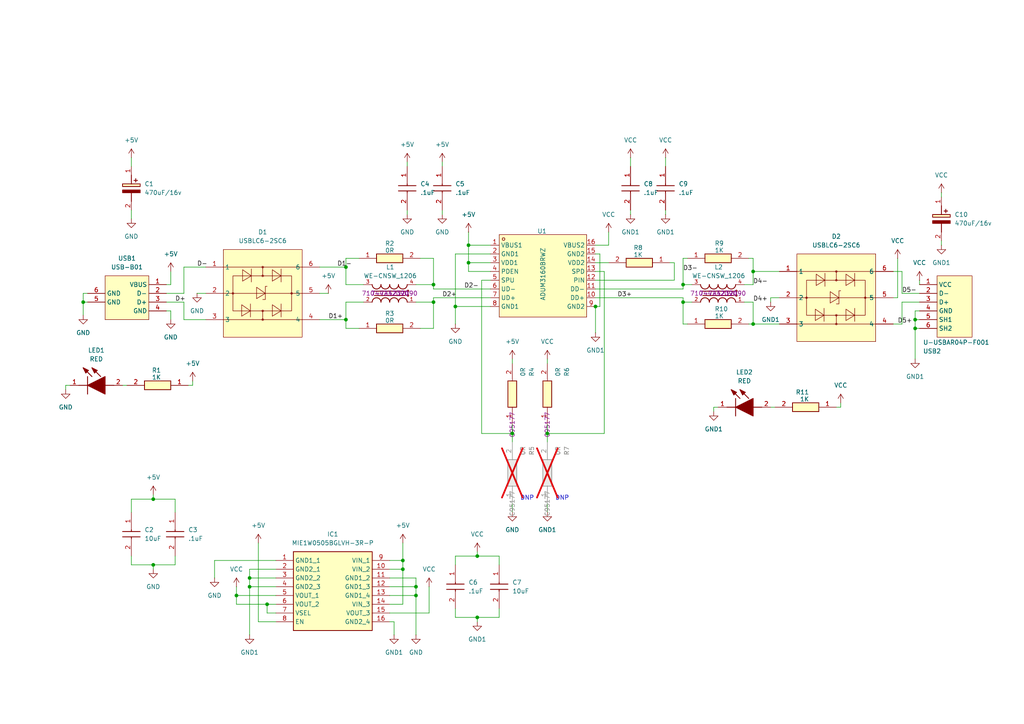
<source format=kicad_sch>
(kicad_sch (version 20250114) (generator "eeschema") (generator_version "9.0")
  (paper "A4")
  (title_block (title "USB Isolator") (date "2025-03-14") (rev "1.0") (company "Bryan Mateo / 2022-1151 / ITLA"))
  (text "DNP" (at 152.908 144.526 0) (effects (font (size 1.27 1.27))))
  (text "DNP" (at 163.068 144.526 0) (effects (font (size 1.27 1.27))))
  (junction (at 68.58 172.72))
  (junction (at 132.08 88.9))
  (junction (at 172.72 88.9))
  (junction (at 44.45 163.83))
  (junction (at 116.84 165.1))
  (junction (at 120.65 172.72))
  (junction (at 138.43 179.07))
  (junction (at 120.65 170.18))
  (junction (at 158.75 125.73))
  (junction (at 218.44 78.74))
  (junction (at 72.39 167.64))
  (junction (at 138.43 161.29))
  (junction (at 77.47 175.26))
  (junction (at 135.89 76.2))
  (junction (at 148.59 125.73))
  (junction (at 24.13 87.63))
  (junction (at 265.43 92.71))
  (junction (at 100.33 77.47))
  (junction (at 135.89 71.12))
  (junction (at 100.33 92.71))
  (junction (at 125.73 82.55))
  (junction (at 198.12 82.55))
  (junction (at 125.73 87.63))
  (junction (at 265.43 95.25))
  (junction (at 44.45 144.78))
  (junction (at 116.84 162.56))
  (junction (at 72.39 170.18))
  (junction (at 218.44 93.98))
  (junction (at 198.12 87.63))
  (wire (pts (xy 259.08 78.74) (xy 261.62 78.74)))
  (wire (pts (xy 265.43 92.71) (xy 265.43 90.17)))
  (wire (pts (xy 158.75 148.59) (xy 158.75 146.05)))
  (wire (pts (xy 172.72 81.28) (xy 195.58 81.28)))
  (wire (pts (xy 265.43 95.25) (xy 265.43 92.71)))
  (wire (pts (xy 104.14 74.93) (xy 100.33 74.93)))
  (wire (pts (xy 53.34 87.63) (xy 53.34 92.71)))
  (wire (pts (xy 120.65 170.18) (xy 120.65 172.72)))
  (wire (pts (xy 38.1 148.59) (xy 38.1 144.78)))
  (wire (pts (xy 24.13 91.44) (xy 24.13 87.63)))
  (wire (pts (xy 77.47 177.8) (xy 77.47 175.26)))
  (wire (pts (xy 158.75 123.19) (xy 158.75 125.73)))
  (wire (pts (xy 260.35 74.93) (xy 260.35 86.36)))
  (wire (pts (xy 48.26 85.09) (xy 53.34 85.09)))
  (wire (pts (xy 173.99 73.66) (xy 173.99 88.9)))
  (wire (pts (xy 55.88 111.76) (xy 54.61 111.76)))
  (wire (pts (xy 125.73 74.93) (xy 125.73 82.55)))
  (wire (pts (xy 80.01 175.26) (xy 77.47 175.26)))
  (wire (pts (xy 132.08 161.29) (xy 138.43 161.29)))
  (wire (pts (xy 139.7 81.28) (xy 142.24 81.28)))
  (wire (pts (xy 223.52 86.36) (xy 226.06 86.36)))
  (wire (pts (xy 125.73 87.63) (xy 125.73 86.36)))
  (wire (pts (xy 195.58 76.2) (xy 195.58 81.28)))
  (wire (pts (xy 100.33 92.71) (xy 100.33 87.63)))
  (wire (pts (xy 224.79 118.11) (xy 223.52 118.11)))
  (wire (pts (xy 125.73 95.25) (xy 125.73 87.63)))
  (wire (pts (xy 24.13 87.63) (xy 24.13 85.09)))
  (wire (pts (xy 144.78 179.07) (xy 144.78 176.53)))
  (wire (pts (xy 120.65 167.64) (xy 120.65 170.18)))
  (wire (pts (xy 261.62 85.09) (xy 266.7 85.09)))
  (wire (pts (xy 172.72 86.36) (xy 198.12 86.36)))
  (wire (pts (xy 100.33 77.47) (xy 100.33 82.55)))
  (wire (pts (xy 135.89 71.12) (xy 142.24 71.12)))
  (wire (pts (xy 182.88 62.23) (xy 182.88 60.96)))
  (wire (pts (xy 92.71 85.09) (xy 95.25 85.09)))
  (wire (pts (xy 223.52 87.63) (xy 223.52 86.36)))
  (wire (pts (xy 38.1 144.78) (xy 44.45 144.78)))
  (wire (pts (xy 199.39 93.98) (xy 198.12 93.98)))
  (wire (pts (xy 100.33 82.55) (xy 105.41 82.55)))
  (wire (pts (xy 135.89 76.2) (xy 142.24 76.2)))
  (wire (pts (xy 148.59 123.19) (xy 148.59 125.73)))
  (wire (pts (xy 198.12 86.36) (xy 198.12 87.63)))
  (wire (pts (xy 118.11 62.23) (xy 118.11 60.96)))
  (wire (pts (xy 265.43 92.71) (xy 266.7 92.71)))
  (wire (pts (xy 114.3 180.34) (xy 114.3 184.15)))
  (wire (pts (xy 74.93 180.34) (xy 80.01 180.34)))
  (wire (pts (xy 158.75 105.41) (xy 158.75 104.14)))
  (wire (pts (xy 19.05 111.76) (xy 19.05 113.03)))
  (wire (pts (xy 116.84 175.26) (xy 116.84 165.1)))
  (wire (pts (xy 100.33 74.93) (xy 100.33 77.47)))
  (wire (pts (xy 104.14 95.25) (xy 100.33 95.25)))
  (wire (pts (xy 172.72 73.66) (xy 173.99 73.66)))
  (wire (pts (xy 53.34 77.47) (xy 59.69 77.47)))
  (wire (pts (xy 148.59 125.73) (xy 148.59 128.27)))
  (wire (pts (xy 132.08 163.83) (xy 132.08 161.29)))
  (wire (pts (xy 100.33 95.25) (xy 100.33 92.71)))
  (wire (pts (xy 38.1 163.83) (xy 44.45 163.83)))
  (wire (pts (xy 50.8 161.29) (xy 50.8 163.83)))
  (wire (pts (xy 53.34 92.71) (xy 59.69 92.71)))
  (wire (pts (xy 193.04 62.23) (xy 193.04 60.96)))
  (wire (pts (xy 176.53 67.31) (xy 176.53 71.12)))
  (wire (pts (xy 215.9 82.55) (xy 218.44 82.55)))
  (wire (pts (xy 261.62 78.74) (xy 261.62 85.09)))
  (wire (pts (xy 260.35 86.36) (xy 259.08 86.36)))
  (wire (pts (xy 132.08 88.9) (xy 142.24 88.9)))
  (wire (pts (xy 62.23 167.64) (xy 62.23 162.56)))
  (wire (pts (xy 195.58 76.2) (xy 194.31 76.2)))
  (wire (pts (xy 68.58 172.72) (xy 68.58 170.18)))
  (wire (pts (xy 118.11 46.99) (xy 118.11 48.26)))
  (wire (pts (xy 132.08 88.9) (xy 132.08 93.98)))
  (wire (pts (xy 50.8 148.59) (xy 50.8 144.78)))
  (wire (pts (xy 57.15 85.09) (xy 59.69 85.09)))
  (wire (pts (xy 139.7 125.73) (xy 148.59 125.73)))
  (wire (pts (xy 48.26 90.17) (xy 49.53 90.17)))
  (wire (pts (xy 38.1 60.96) (xy 38.1 63.5)))
  (wire (pts (xy 72.39 170.18) (xy 72.39 184.15)))
  (wire (pts (xy 116.84 157.48) (xy 116.84 162.56)))
  (wire (pts (xy 125.73 83.82) (xy 142.24 83.82)))
  (wire (pts (xy 148.59 105.41) (xy 148.59 104.14)))
  (wire (pts (xy 138.43 180.34) (xy 138.43 179.07)))
  (wire (pts (xy 125.73 87.63) (xy 120.65 87.63)))
  (wire (pts (xy 72.39 167.64) (xy 72.39 170.18)))
  (wire (pts (xy 80.01 177.8) (xy 77.47 177.8)))
  (wire (pts (xy 132.08 73.66) (xy 132.08 88.9)))
  (wire (pts (xy 48.26 82.55) (xy 49.53 82.55)))
  (wire (pts (xy 19.05 111.76) (xy 20.32 111.76)))
  (wire (pts (xy 72.39 167.64) (xy 80.01 167.64)))
  (wire (pts (xy 173.99 88.9) (xy 172.72 88.9)))
  (wire (pts (xy 144.78 161.29) (xy 144.78 163.83)))
  (wire (pts (xy 120.65 172.72) (xy 120.65 184.15)))
  (wire (pts (xy 24.13 87.63) (xy 25.4 87.63)))
  (wire (pts (xy 120.65 82.55) (xy 125.73 82.55)))
  (wire (pts (xy 198.12 87.63) (xy 198.12 93.98)))
  (wire (pts (xy 74.93 157.48) (xy 74.93 180.34)))
  (wire (pts (xy 92.71 92.71) (xy 100.33 92.71)))
  (wire (pts (xy 172.72 78.74) (xy 175.26 78.74)))
  (wire (pts (xy 218.44 87.63) (xy 218.44 93.98)))
  (wire (pts (xy 172.72 76.2) (xy 176.53 76.2)))
  (wire (pts (xy 158.75 125.73) (xy 158.75 128.27)))
  (wire (pts (xy 72.39 165.1) (xy 72.39 167.64)))
  (wire (pts (xy 132.08 179.07) (xy 138.43 179.07)))
  (wire (pts (xy 243.84 118.11) (xy 242.57 118.11)))
  (wire (pts (xy 265.43 95.25) (xy 266.7 95.25)))
  (wire (pts (xy 68.58 175.26) (xy 68.58 172.72)))
  (wire (pts (xy 218.44 74.93) (xy 218.44 78.74)))
  (wire (pts (xy 172.72 88.9) (xy 172.72 96.52)))
  (wire (pts (xy 113.03 167.64) (xy 120.65 167.64)))
  (wire (pts (xy 172.72 83.82) (xy 198.12 83.82)))
  (wire (pts (xy 125.73 82.55) (xy 125.73 83.82)))
  (wire (pts (xy 261.62 93.98) (xy 261.62 87.63)))
  (wire (pts (xy 273.05 55.88) (xy 273.05 57.15)))
  (wire (pts (xy 124.46 177.8) (xy 124.46 170.18)))
  (wire (pts (xy 139.7 81.28) (xy 139.7 125.73)))
  (wire (pts (xy 198.12 74.93) (xy 199.39 74.93)))
  (wire (pts (xy 218.44 93.98) (xy 226.06 93.98)))
  (wire (pts (xy 217.17 93.98) (xy 218.44 93.98)))
  (wire (pts (xy 198.12 74.93) (xy 198.12 82.55)))
  (wire (pts (xy 135.89 78.74) (xy 142.24 78.74)))
  (wire (pts (xy 77.47 175.26) (xy 68.58 175.26)))
  (wire (pts (xy 207.01 118.11) (xy 207.01 119.38)))
  (wire (pts (xy 182.88 45.72) (xy 182.88 48.26)))
  (wire (pts (xy 49.53 90.17) (xy 49.53 92.71)))
  (wire (pts (xy 114.3 180.34) (xy 113.03 180.34)))
  (wire (pts (xy 121.92 95.25) (xy 125.73 95.25)))
  (wire (pts (xy 128.27 46.99) (xy 128.27 48.26)))
  (wire (pts (xy 49.53 82.55) (xy 49.53 78.74)))
  (wire (pts (xy 121.92 74.93) (xy 125.73 74.93)))
  (wire (pts (xy 113.03 175.26) (xy 116.84 175.26)))
  (wire (pts (xy 100.33 87.63) (xy 105.41 87.63)))
  (wire (pts (xy 53.34 85.09) (xy 53.34 77.47)))
  (wire (pts (xy 50.8 163.83) (xy 44.45 163.83)))
  (wire (pts (xy 113.03 170.18) (xy 120.65 170.18)))
  (wire (pts (xy 198.12 82.55) (xy 200.66 82.55)))
  (wire (pts (xy 132.08 176.53) (xy 132.08 179.07)))
  (wire (pts (xy 38.1 45.72) (xy 38.1 48.26)))
  (wire (pts (xy 138.43 161.29) (xy 144.78 161.29)))
  (wire (pts (xy 138.43 160.02) (xy 138.43 161.29)))
  (wire (pts (xy 36.83 111.76) (xy 35.56 111.76)))
  (wire (pts (xy 172.72 71.12) (xy 176.53 71.12)))
  (wire (pts (xy 198.12 82.55) (xy 198.12 83.82)))
  (wire (pts (xy 62.23 162.56) (xy 80.01 162.56)))
  (wire (pts (xy 265.43 90.17) (xy 266.7 90.17)))
  (wire (pts (xy 113.03 177.8) (xy 124.46 177.8)))
  (wire (pts (xy 125.73 86.36) (xy 142.24 86.36)))
  (wire (pts (xy 24.13 85.09) (xy 25.4 85.09)))
  (wire (pts (xy 273.05 69.85) (xy 273.05 71.12)))
  (wire (pts (xy 44.45 165.1) (xy 44.45 163.83)))
  (wire (pts (xy 243.84 116.84) (xy 243.84 118.11)))
  (wire (pts (xy 217.17 74.93) (xy 218.44 74.93)))
  (wire (pts (xy 38.1 161.29) (xy 38.1 163.83)))
  (wire (pts (xy 259.08 93.98) (xy 261.62 93.98)))
  (wire (pts (xy 135.89 76.2) (xy 135.89 78.74)))
  (wire (pts (xy 198.12 87.63) (xy 200.66 87.63)))
  (wire (pts (xy 80.01 172.72) (xy 68.58 172.72)))
  (wire (pts (xy 72.39 170.18) (xy 80.01 170.18)))
  (wire (pts (xy 135.89 71.12) (xy 135.89 76.2)))
  (wire (pts (xy 92.71 77.47) (xy 100.33 77.47)))
  (wire (pts (xy 218.44 82.55) (xy 218.44 78.74)))
  (wire (pts (xy 193.04 45.72) (xy 193.04 48.26)))
  (wire (pts (xy 48.26 87.63) (xy 53.34 87.63)))
  (wire (pts (xy 175.26 78.74) (xy 175.26 125.73)))
  (wire (pts (xy 135.89 67.31) (xy 135.89 71.12)))
  (wire (pts (xy 80.01 165.1) (xy 72.39 165.1)))
  (wire (pts (xy 128.27 62.23) (xy 128.27 60.96)))
  (wire (pts (xy 113.03 172.72) (xy 120.65 172.72)))
  (wire (pts (xy 50.8 144.78) (xy 44.45 144.78)))
  (wire (pts (xy 116.84 162.56) (xy 113.03 162.56)))
  (wire (pts (xy 148.59 146.05) (xy 148.59 148.59)))
  (wire (pts (xy 261.62 87.63) (xy 266.7 87.63)))
  (wire (pts (xy 142.24 73.66) (xy 132.08 73.66)))
  (wire (pts (xy 266.7 81.28) (xy 266.7 82.55)))
  (wire (pts (xy 218.44 78.74) (xy 226.06 78.74)))
  (wire (pts (xy 55.88 110.49) (xy 55.88 111.76)))
  (wire (pts (xy 265.43 104.14) (xy 265.43 95.25)))
  (wire (pts (xy 138.43 179.07) (xy 144.78 179.07)))
  (wire (pts (xy 158.75 125.73) (xy 175.26 125.73)))
  (wire (pts (xy 44.45 143.51) (xy 44.45 144.78)))
  (wire (pts (xy 113.03 165.1) (xy 116.84 165.1)))
  (wire (pts (xy 207.01 118.11) (xy 208.28 118.11)))
  (wire (pts (xy 215.9 87.63) (xy 218.44 87.63)))
  (wire (pts (xy 116.84 165.1) (xy 116.84 162.56)))
  (label "D3-" (at 198.12 78.74 0))
  (label "D4-" (at 218.44 82.55 0))
  (label "D2+" (at 128.27 86.36 0))
  (label "D5+" (at 260.35 93.98 0))
  (label "D2-" (at 134.62 83.82 0))
  (label "D4+" (at 218.44 87.63 0))
  (label "D+" (at 50.8 87.63 0))
  (label "D-" (at 57.15 77.47 0))
  (label "D5-" (at 261.62 85.09 0))
  (label "D3+" (at 179.07 86.36 0))
  (label "D1+" (at 95.25 92.71 0))
  (label "D1-" (at 97.79 77.47 0))
  (symbol (lib_id "power:VCC") (at 138.43 160.02 0) (unit 1)
    (property "Reference" "#PWR026" (effects (hide yes)))
    (property "Value" "VCC" (at 138.43 154.94 0))
    (property "Description" "Power symbol creates a global label with name \"VCC\"" (effects (hide yes)))
  )
  (symbol (lib_id "power:VCC") (at 68.58 170.18 0) (unit 1)
    (property "Reference" "#PWR012" (effects (hide yes)))
    (property "Value" "VCC" (at 68.58 165.1 0))
    (property "Description" "Power symbol creates a global label with name \"VCC\"" (effects (hide yes)))
  )
  (symbol (lib_id "power:GND1") (at 223.52 87.63 0) (unit 1)
    (property "Reference" "#PWR039" (effects (hide yes)))
    (property "Value" "GND1" (at 223.52 92.71 0))
    (property "Description" "Power symbol creates a global label with name \"GND1\" , ground" (effects (hide yes)))
  )
  (symbol (lib_id "Samacsys:MIE1W0505BGLVH-3R-P") (at 80.01 162.56 0) (unit 1)
    (property "Reference" "IC1" (at 96.52 154.94 0))
    (property "Value" "MIE1W0505BGLVH-3R-P" (at 96.52 157.48 0))
    (property "Footprint" "Samacsys:MIE1W0505BGLVH3RP" (effects (hide yes)))
    (property "Datasheet" "https://www.mouser.de/datasheet/2/277/MIE1W0505BGLVH-3392698.pdf" (effects (hide yes)))
    (property "Description" "Isolated DC/DC Converters - SMD Next gen ultra small size isolated power module" (effects (hide yes)))
    (property "Height" "1.28" (effects (hide yes)))
    (property "Mouser Part Number" "946-MIE1W0505BGLVH3P" (effects (hide yes)))
    (property "Mouser Price/Stock" "https://www.mouser.co.uk/ProductDetail/Monolithic-Power-Systems-MPS/MIE1W0505BGLVH-3R-P?qs=mELouGlnn3eSWSUCjBsRGQ%3D%3D" (effects (hide yes)))
    (property "Manufacturer_Name" "Monolithic Power Systems (MPS)" (effects (hide yes)))
    (property "Manufacturer_Part_Number" "MIE1W0505BGLVH-3R-P" (effects (hide yes)))
  )
  (symbol (lib_id "Samacsys:RC0603FR-070RL") (at 104.14 95.25 0) (unit 1)
    (property "Reference" "R3" (at 113.03 90.932 0))
    (property "Value" "0R" (at 113.03 92.964 0))
    (property "Footprint" "Samacsys:RESC1608X55N" (effects (hide yes)))
    (property "Datasheet" "https://componentsearchengine.com/Datasheets/2/RC0603FR-070RL.pdf" (effects (hide yes)))
    (property "Description" "YAGEO - RC0603FR-070RL - Zero Ohm Resistor, Jumper, 0603 [1608 Metric], Thick Film, 100 mW, 1 A, Surface Mount Device" (effects (hide yes)))
    (property "LCSC Part" "C95177" (effects (hide yes)))
    (property "Height" "0.55" (effects (hide yes)))
    (property "Mouser Part Number" "603-RC0603FR-070RL" (effects (hide yes)))
    (property "Mouser Price/Stock" "https://www.mouser.co.uk/ProductDetail/YAGEO/RC0603FR-070RL?qs=0yPvnVz5%2FmpDQv43TwvCfw%3D%3D" (effects (hide yes)))
    (property "Manufacturer_Name" "YAGEO" (effects (hide yes)))
    (property "Manufacturer_Part_Number" "RC0603FR-070RL" (effects (hide yes)))
  )
  (symbol (lib_id "power:VCC") (at 158.75 104.14 0) (mirror y) (unit 1)
    (property "Reference" "#PWR030" (effects (hide yes)))
    (property "Value" "VCC" (at 158.75 99.06 0))
    (property "Description" "Power symbol creates a global label with name \"VCC\"" (effects (hide yes)))
  )
  (symbol (lib_id "power:VCC") (at 193.04 45.72 0) (unit 1)
    (property "Reference" "#PWR036" (effects (hide yes)))
    (property "Value" "VCC" (at 193.04 40.64 0))
    (property "Description" "Power symbol creates a global label with name \"VCC\"" (effects (hide yes)))
  )
  (symbol (lib_id "Samacsys:0603YC104J4T2A") (at 118.11 48.26 270) (unit 1)
    (property "Reference" "C4" (at 121.92 53.3399 90) (effects (justify left)))
    (property "Value" ".1uF" (at 121.92 55.8799 90) (effects (justify left)))
    (property "Footprint" "Samacsys:CAPC1608X90N" (effects (hide yes)))
    (property "Datasheet" "https://componentsearchengine.com/Datasheets/1/06031A100FAT2A.pdf" (effects (hide yes)))
    (property "Description" "Multilayer Ceramic Capacitors MLCC - SMD/SMT 16V .1uF X7R 0603 5% Tol" (effects (hide yes)))
    (property "Height" "0.9" (effects (hide yes)))
    (property "Mouser Part Number" "581-0603YC104J4T2A" (effects (hide yes)))
    (property "Mouser Price/Stock" "https://www.mouser.co.uk/ProductDetail/KYOCERA-AVX/0603YC104J4T2A?qs=Cej1j9ztgjFj4oy6%2FGHyMg%3D%3D" (effects (hide yes)))
    (property "Manufacturer_Name" "Kyocera AVX" (effects (hide yes)))
    (property "Manufacturer_Part_Number" "0603YC104J4T2A" (effects (hide yes)))
  )
  (symbol (lib_id "Snapeda:WE-CNSW_1206") (at 113.03 85.09 0) (mirror y) (unit 1)
    (property "Reference" "L1" (at 113.19 77.47 0))
    (property "Value" "WE-CNSW_1206" (at 113.19 80.01 0))
    (property "Footprint" "Snapeda:WE-CNSW_1206_WE-CNSW_1206" (effects (hide yes)))
    (property "Datasheet" "https://www.we-online.com/components/products/datasheet/744232090.pdf" (effects (hide yes)))
    (property "MF" "Wurth Electronics" (effects (hide yes)))
    (property "Description_1" "Size 1206; Z = 90 Ω; IR = 370 mA; RDC = 0.3 Ω" (effects (hide yes)))
    (property "Package" "Horizontal-4 Wurth" (effects (hide yes)))
    (property "Price" "None" (effects (hide yes)))
    (property "SnapEDA_Link" "https://www.snapeda.com/parts/744232090/Wurth+Electronics/view-part/?ref=snap" (effects (hide yes)))
    (property "MP" "744232090" (effects (hide yes)))
    (property "Availability" "In Stock" (effects (hide yes)))
    (property "Check_prices" "https://www.snapeda.com/parts/744232090/Wurth+Electronics/view-part/?ref=eda" (effects (hide yes)))
    (property "Manufacturer_Part_Number" "744232090" (at 113.03 85.09 0))
    (property "Mouser Part Number" "710-744232090" (at 113.03 85.09 0))
  )
  (symbol (lib_id "power:VCC") (at 266.7 81.28 0) (unit 1)
    (property "Reference" "#PWR043" (effects (hide yes)))
    (property "Value" "VCC" (at 266.7 76.2 0))
    (property "Description" "Power symbol creates a global label with name \"VCC\"" (effects (hide yes)))
  )
  (symbol (lib_id "power:GND") (at 49.53 92.71 0) (unit 1)
    (property "Reference" "#PWR08" (effects (hide yes)))
    (property "Value" "GND" (at 49.53 97.79 0))
    (property "Description" "Power symbol creates a global label with name \"GND\" , ground" (effects (hide yes)))
  )
  (symbol (lib_id "power:GND") (at 44.45 165.1 0) (unit 1)
    (property "Reference" "#PWR06" (effects (hide yes)))
    (property "Value" "GND" (at 44.45 170.18 0))
    (property "Description" "Power symbol creates a global label with name \"GND\" , ground" (effects (hide yes)))
  )
  (symbol (lib_id "EasyEDA:ADUM3160BRWZ") (at 157.48 80.01 0) (unit 1)
    (property "Reference" "U1" (at 157.226 67.056 0))
    (property "Value" "ADUM3160BRWZ" (at 157.48 79.502 90))
    (property "Footprint" "EasyEDA:WSOIC-16_L10.3-W7.5-P1.27-LS10.3-BL" (effects (hide yes)))
    (property "Datasheet" "https://lcsc.com/product-detail/USB_ADI_ADUM3160BRWZ_ADUM3160BRWZ_C108501.html" (effects (hide yes)))
    (property "LCSC Part" "C108501" (effects (hide yes)))
  )
  (symbol (lib_id "Samacsys:RC0603FR-070RL") (at 104.14 74.93 0) (unit 1)
    (property "Reference" "R2" (at 113.03 70.612 0))
    (property "Value" "0R" (at 113.03 72.644 0))
    (property "Footprint" "Samacsys:RESC1608X55N" (effects (hide yes)))
    (property "Datasheet" "https://componentsearchengine.com/Datasheets/2/RC0603FR-070RL.pdf" (effects (hide yes)))
    (property "Description" "YAGEO - RC0603FR-070RL - Zero Ohm Resistor, Jumper, 0603 [1608 Metric], Thick Film, 100 mW, 1 A, Surface Mount Device" (effects (hide yes)))
    (property "LCSC Part" "C95177" (effects (hide yes)))
    (property "Height" "0.55" (effects (hide yes)))
    (property "Mouser Part Number" "603-RC0603FR-070RL" (effects (hide yes)))
    (property "Mouser Price/Stock" "https://www.mouser.co.uk/ProductDetail/YAGEO/RC0603FR-070RL?qs=0yPvnVz5%2FmpDQv43TwvCfw%3D%3D" (effects (hide yes)))
    (property "Manufacturer_Name" "YAGEO" (effects (hide yes)))
    (property "Manufacturer_Part_Number" "RC0603FR-070RL" (effects (hide yes)))
  )
  (symbol (lib_id "power:+5V") (at 135.89 67.31 0) (unit 1)
    (property "Reference" "#PWR025" (effects (hide yes)))
    (property "Value" "+5V" (at 135.89 62.23 0))
    (property "Description" "Power symbol creates a global label with name \"+5V\"" (effects (hide yes)))
  )
  (symbol (lib_id "power:+5V") (at 95.25 85.09 0) (unit 1)
    (property "Reference" "#PWR015" (effects (hide yes)))
    (property "Value" "+5V" (at 95.25 80.01 0))
    (property "Description" "Power symbol creates a global label with name \"+5V\"" (effects (hide yes)))
  )
  (symbol (lib_id "power:GND1") (at 158.75 148.59 0) (mirror y) (unit 1)
    (property "Reference" "#PWR031" (effects (hide yes)))
    (property "Value" "GND1" (at 158.75 153.67 0))
    (property "Description" "Power symbol creates a global label with name \"GND1\" , ground" (effects (hide yes)))
  )
  (symbol (lib_id "power:GND") (at 148.59 148.59 0) (mirror y) (unit 1)
    (property "Reference" "#PWR029" (effects (hide yes)))
    (property "Value" "GND" (at 148.59 153.67 0))
    (property "Description" "Power symbol creates a global label with name \"GND\" , ground" (effects (hide yes)))
  )
  (symbol (lib_id "Samacsys:0603YC104J4T2A") (at 50.8 148.59 270) (unit 1)
    (property "Reference" "C3" (at 54.61 153.6699 90) (effects (justify left)))
    (property "Value" ".1uF" (at 54.61 156.2099 90) (effects (justify left)))
    (property "Footprint" "Samacsys:CAPC1608X90N" (effects (hide yes)))
    (property "Datasheet" "https://componentsearchengine.com/Datasheets/1/06031A100FAT2A.pdf" (effects (hide yes)))
    (property "Description" "Multilayer Ceramic Capacitors MLCC - SMD/SMT 16V .1uF X7R 0603 5% Tol" (effects (hide yes)))
    (property "Height" "0.9" (effects (hide yes)))
    (property "Mouser Part Number" "581-0603YC104J4T2A" (effects (hide yes)))
    (property "Mouser Price/Stock" "https://www.mouser.co.uk/ProductDetail/KYOCERA-AVX/0603YC104J4T2A?qs=Cej1j9ztgjFj4oy6%2FGHyMg%3D%3D" (effects (hide yes)))
    (property "Manufacturer_Name" "Kyocera AVX" (effects (hide yes)))
    (property "Manufacturer_Part_Number" "0603YC104J4T2A" (effects (hide yes)))
  )
  (symbol (lib_id "power:GND1") (at 207.01 119.38 0) (mirror y) (unit 1)
    (property "Reference" "#PWR038" (effects (hide yes)))
    (property "Value" "GND1" (at 207.01 124.46 0))
    (property "Description" "Power symbol creates a global label with name \"GND1\" , ground" (effects (hide yes)))
  )
  (symbol (lib_id "power:GND1") (at 114.3 184.15 0) (unit 1)
    (property "Reference" "#PWR016" (effects (hide yes)))
    (property "Value" "GND1" (at 114.3 189.23 0))
    (property "Description" "Power symbol creates a global label with name \"GND1\" , ground" (effects (hide yes)))
  )
  (symbol (lib_id "power:VCC") (at 273.05 55.88 0) (unit 1)
    (property "Reference" "#PWR044" (effects (hide yes)))
    (property "Value" "VCC" (at 273.05 50.8 0))
    (property "Description" "Power symbol creates a global label with name \"VCC\"" (effects (hide yes)))
  )
  (symbol (lib_id "Samacsys:RC0603FR-070RL") (at 148.59 146.05 270) (mirror x) (unit 1) (dnp yes)
    (property "Reference" "R5" (at 154.94 132.08 0) (effects (justify left top)))
    (property "Value" "0R" (at 152.4 132.08 0) (effects (justify left top)))
    (property "Footprint" "Samacsys:RESC1608X55N" (effects (hide yes)))
    (property "Datasheet" "https://componentsearchengine.com/Datasheets/2/RC0603FR-070RL.pdf" (effects (hide yes)))
    (property "Description" "YAGEO - RC0603FR-070RL - Zero Ohm Resistor, Jumper, 0603 [1608 Metric], Thick Film, 100 mW, 1 A, Surface Mount Device" (effects (hide yes)))
    (property "Height" "0.55" (effects (hide yes)))
    (property "Mouser Part Number" "603-RC0603FR-070RL" (effects (hide yes)))
    (property "Mouser Price/Stock" "https://www.mouser.co.uk/ProductDetail/YAGEO/RC0603FR-070RL?qs=0yPvnVz5%2FmpDQv43TwvCfw%3D%3D" (effects (hide yes)))
    (property "Manufacturer_Name" "YAGEO" (effects (hide yes)))
    (property "Manufacturer_Part_Number" "RC0603FR-070RL" (effects (hide yes)))
    (property "LCSC Part" "C95177" (at 148.59 146.05 0))
  )
  (symbol (lib_id "power:VCC") (at 124.46 170.18 0) (unit 1)
    (property "Reference" "#PWR021" (effects (hide yes)))
    (property "Value" "VCC" (at 124.46 165.1 0))
    (property "Description" "Power symbol creates a global label with name \"VCC\"" (effects (hide yes)))
  )
  (symbol (lib_id "power:GND") (at 132.08 93.98 0) (unit 1)
    (property "Reference" "#PWR024" (effects (hide yes)))
    (property "Value" "GND" (at 132.08 99.06 0))
    (property "Description" "Power symbol creates a global label with name \"GND\" , ground" (effects (hide yes)))
  )
  (symbol (lib_id "EasyEDA:U-USBAR04P-F001") (at 274.32 90.17 0) (unit 1)
    (property "Reference" "USB2" (at 267.716 101.854 0) (effects (justify left)))
    (property "Value" "U-USBAR04P-F001" (at 267.716 99.314 0) (effects (justify left)))
    (property "Footprint" "EasyEDA:USB-A-TH_USB-302-T" (effects (hide yes)))
    (property "Datasheet" "https://lcsc.com/product-detail/USB-Connectors_Shenzhen-Cankemeng-U-USBAR04P-F001_C386736.html" (effects (hide yes)))
    (property "LCSC Part" "C386736" (effects (hide yes)))
  )
  (symbol (lib_id "Samacsys:KS_EELP41.22-P1R2-58-A8J8-020-R18") (at 20.32 111.76 0) (unit 1)
    (property "Reference" "LED1" (at 27.94 101.6 0))
    (property "Value" "RED" (at 27.94 104.14 0))
    (property "Footprint" "Samacsys:KSEELP4122P1R258A8J8020R18" (effects (hide yes)))
    (property "Description" "Standard LEDs - SMD 0603 (1608 metric)" (effects (hide yes)))
    (property "Height" "0.5" (effects (hide yes)))
    (property "Mouser Part Number" "720-P412P1R258A8J802" (effects (hide yes)))
    (property "Mouser Price/Stock" "https://www.mouser.co.uk/ProductDetail/ams-OSRAM/KS-EELP41.22-P1R2-58-A8J8-020-R18?qs=ZcfC38r4Povp3XTr6Zxf%252Bw%3D%3D" (effects (hide yes)))
    (property "Manufacturer_Name" "ams OSRAM" (effects (hide yes)))
    (property "Manufacturer_Part_Number" "KS EELP41.22-P1R2-58-A8J8-020-R18" (effects (hide yes)))
  )
  (symbol (lib_id "Samacsys:0603YC104J4T2A") (at 182.88 48.26 270) (unit 1)
    (property "Reference" "C8" (at 186.69 53.3399 90) (effects (justify left)))
    (property "Value" ".1uF" (at 186.69 55.8799 90) (effects (justify left)))
    (property "Footprint" "Samacsys:CAPC1608X90N" (effects (hide yes)))
    (property "Datasheet" "https://componentsearchengine.com/Datasheets/1/06031A100FAT2A.pdf" (effects (hide yes)))
    (property "Description" "Multilayer Ceramic Capacitors MLCC - SMD/SMT 16V .1uF X7R 0603 5% Tol" (effects (hide yes)))
    (property "Height" "0.9" (effects (hide yes)))
    (property "Mouser Part Number" "581-0603YC104J4T2A" (effects (hide yes)))
    (property "Mouser Price/Stock" "https://www.mouser.co.uk/ProductDetail/KYOCERA-AVX/0603YC104J4T2A?qs=Cej1j9ztgjFj4oy6%2FGHyMg%3D%3D" (effects (hide yes)))
    (property "Manufacturer_Name" "Kyocera AVX" (effects (hide yes)))
    (property "Manufacturer_Part_Number" "0603YC104J4T2A" (effects (hide yes)))
  )
  (symbol (lib_id "power:+5V") (at 74.93 157.48 0) (unit 1)
    (property "Reference" "#PWR014" (effects (hide yes)))
    (property "Value" "+5V" (at 74.93 152.4 0))
    (property "Description" "Power symbol creates a global label with name \"+5V\"" (effects (hide yes)))
  )
  (symbol (lib_id "power:+5V") (at 118.11 46.99 0) (unit 1)
    (property "Reference" "#PWR018" (effects (hide yes)))
    (property "Value" "+5V" (at 118.11 41.91 0))
    (property "Description" "Power symbol creates a global label with name \"+5V\"" (effects (hide yes)))
  )
  (symbol (lib_id "power:GND1") (at 172.72 96.52 0) (unit 1)
    (property "Reference" "#PWR032" (effects (hide yes)))
    (property "Value" "GND1" (at 172.72 101.6 0))
    (property "Description" "Power symbol creates a global label with name \"GND1\" , ground" (effects (hide yes)))
  )
  (symbol (lib_id "Samacsys:RT0603FRE071KL") (at 194.31 76.2 0) (mirror y) (unit 1)
    (property "Reference" "R8" (at 186.436 71.12 0) (effects (justify left top)))
    (property "Value" "1K" (at 186.436 73.152 0) (effects (justify left top)))
    (property "Footprint" "Samacsys:RESC1608X55N" (effects (hide yes)))
    (property "Datasheet" "https://componentsearchengine.com/Datasheets/2/RT0603FRE071KL.pdf" (effects (hide yes)))
    (property "Description" "Thin Film Resistors - SMD 1K ohm 1% 1/10W" (effects (hide yes)))
    (property "Height" "0.55" (effects (hide yes)))
    (property "Mouser Part Number" "603-RT0603FRE071KL" (effects (hide yes)))
    (property "Mouser Price/Stock" "https://www.mouser.co.uk/ProductDetail/YAGEO/RT0603FRE071KL?qs=8cPjvKtxWv68ZVEzoi6JxQ%3D%3D" (effects (hide yes)))
    (property "Manufacturer_Name" "YAGEO" (effects (hide yes)))
    (property "Manufacturer_Part_Number" "RT0603FRE071KL" (effects (hide yes)))
  )
  (symbol (lib_id "power:+5V") (at 128.27 46.99 0) (unit 1)
    (property "Reference" "#PWR022" (effects (hide yes)))
    (property "Value" "+5V" (at 128.27 41.91 0))
    (property "Description" "Power symbol creates a global label with name \"+5V\"" (effects (hide yes)))
  )
  (symbol (lib_id "Samacsys:EEE-FN1C470UR") (at 38.1 48.26 270) (unit 1)
    (property "Reference" "C1" (at 41.91 53.3399 90) (effects (justify left)))
    (property "Value" "470uF/16v" (at 41.91 55.8799 90) (effects (justify left)))
    (property "Footprint" "Samacsys:EEE1AA220WR" (effects (hide yes)))
    (property "Datasheet" "http://industrial.panasonic.com/cdbs/www-data/pdf/RDE0000/RDE0000C1259.pdf" (effects (hide yes)))
    (property "Description" "Aluminum Electrolytic Capacitors - SMD 16VDC 47uF 20% 90mA AEC-Q200" (effects (hide yes)))
    (property "Height" "5.5" (effects (hide yes)))
    (property "Mouser Part Number" "667-EEE-FN1C470UR" (effects (hide yes)))
    (property "Mouser Price/Stock" "https://www.mouser.co.uk/ProductDetail/Panasonic/EEE-FN1C470UR?qs=OlC7AqGiEDl8dmM9zH0luA%3D%3D" (effects (hide yes)))
    (property "Manufacturer_Name" "Panasonic" (effects (hide yes)))
    (property "Manufacturer_Part_Number" "EEE-FN1C470UR" (effects (hide yes)))
  )
  (symbol (lib_id "power:GND1") (at 138.43 180.34 0) (unit 1)
    (property "Reference" "#PWR027" (effects (hide yes)))
    (property "Value" "GND1" (at 138.43 185.42 0))
    (property "Description" "Power symbol creates a global label with name \"GND1\" , ground" (effects (hide yes)))
  )
  (symbol (lib_id "Samacsys:RC0603FR-070RL") (at 148.59 123.19 270) (mirror x) (unit 1)
    (property "Reference" "R4" (at 154.94 109.22 0) (effects (justify left top)))
    (property "Value" "0R" (at 152.4 109.22 0) (effects (justify left top)))
    (property "Footprint" "Samacsys:RESC1608X55N" (effects (hide yes)))
    (property "Datasheet" "https://componentsearchengine.com/Datasheets/2/RC0603FR-070RL.pdf" (effects (hide yes)))
    (property "Description" "YAGEO - RC0603FR-070RL - Zero Ohm Resistor, Jumper, 0603 [1608 Metric], Thick Film, 100 mW, 1 A, Surface Mount Device" (effects (hide yes)))
    (property "Height" "0.55" (effects (hide yes)))
    (property "Mouser Part Number" "603-RC0603FR-070RL" (effects (hide yes)))
    (property "Mouser Price/Stock" "https://www.mouser.co.uk/ProductDetail/YAGEO/RC0603FR-070RL?qs=0yPvnVz5%2FmpDQv43TwvCfw%3D%3D" (effects (hide yes)))
    (property "Manufacturer_Name" "YAGEO" (effects (hide yes)))
    (property "Manufacturer_Part_Number" "RC0603FR-070RL" (effects (hide yes)))
    (property "LCSC Part" "C95177" (at 148.59 123.19 0))
  )
  (symbol (lib_id "power:GND") (at 120.65 184.15 0) (unit 1)
    (property "Reference" "#PWR020" (effects (hide yes)))
    (property "Value" "GND" (at 120.65 189.23 0))
    (property "Description" "Power symbol creates a global label with name \"GND\" , ground" (effects (hide yes)))
  )
  (symbol (lib_id "power:GND") (at 118.11 62.23 0) (unit 1)
    (property "Reference" "#PWR019" (effects (hide yes)))
    (property "Value" "GND" (at 118.11 67.31 0))
    (property "Description" "Power symbol creates a global label with name \"GND\" , ground" (effects (hide yes)))
  )
  (symbol (lib_id "power:GND1") (at 273.05 71.12 0) (unit 1)
    (property "Reference" "#PWR045" (effects (hide yes)))
    (property "Value" "GND1" (at 273.05 76.2 0))
    (property "Description" "Power symbol creates a global label with name \"GND1\" , ground" (effects (hide yes)))
  )
  (symbol (lib_id "Samacsys:0603YD106KAT2A") (at 38.1 148.59 270) (unit 1)
    (property "Reference" "C2" (at 41.91 153.6699 90) (effects (justify left)))
    (property "Value" "10uF" (at 41.91 156.2099 90) (effects (justify left)))
    (property "Footprint" "Samacsys:CAPC1608X102N" (effects (hide yes)))
    (property "Datasheet" "https://www.mouser.at/datasheet/2/40/cx5r-776519.pdf" (effects (hide yes)))
    (property "Description" "Multilayer Ceramic Capacitors MLCC - SMD/SMT 16V 10uF X5R 0603 10%" (effects (hide yes)))
    (property "Height" "1.02" (effects (hide yes)))
    (property "Mouser Part Number" "581-0603YD106KAT2A" (effects (hide yes)))
    (property "Mouser Price/Stock" "https://www.mouser.co.uk/ProductDetail/KYOCERA-AVX/0603YD106KAT2A?qs=%252BdQmOuGyFcHR%252BKJjw6cgxw%3D%3D" (effects (hide yes)))
    (property "Manufacturer_Name" "Kyocera AVX" (effects (hide yes)))
    (property "Manufacturer_Part_Number" "0603YD106KAT2A" (effects (hide yes)))
  )
  (symbol (lib_id "power:GND") (at 19.05 113.03 0) (mirror y) (unit 1)
    (property "Reference" "#PWR01" (effects (hide yes)))
    (property "Value" "GND" (at 19.05 118.11 0))
    (property "Description" "Power symbol creates a global label with name \"GND\" , ground" (effects (hide yes)))
  )
  (symbol (lib_id "Samacsys:RC0603FR-070RL") (at 158.75 146.05 270) (mirror x) (unit 1) (dnp yes)
    (property "Reference" "R7" (at 165.1 132.08 0) (effects (justify left top)))
    (property "Value" "0R" (at 162.56 132.08 0) (effects (justify left top)))
    (property "Footprint" "Samacsys:RESC1608X55N" (effects (hide yes)))
    (property "Datasheet" "https://componentsearchengine.com/Datasheets/2/RC0603FR-070RL.pdf" (effects (hide yes)))
    (property "Description" "YAGEO - RC0603FR-070RL - Zero Ohm Resistor, Jumper, 0603 [1608 Metric], Thick Film, 100 mW, 1 A, Surface Mount Device" (effects (hide yes)))
    (property "Height" "0.55" (effects (hide yes)))
    (property "Mouser Part Number" "603-RC0603FR-070RL" (effects (hide yes)))
    (property "Mouser Price/Stock" "https://www.mouser.co.uk/ProductDetail/YAGEO/RC0603FR-070RL?qs=0yPvnVz5%2FmpDQv43TwvCfw%3D%3D" (effects (hide yes)))
    (property "Manufacturer_Name" "YAGEO" (effects (hide yes)))
    (property "Manufacturer_Part_Number" "RC0603FR-070RL" (effects (hide yes)))
    (property "LCSC Part" "C95177" (at 158.75 146.05 0))
  )
  (symbol (lib_id "power:GND") (at 24.13 91.44 0) (unit 1)
    (property "Reference" "#PWR02" (effects (hide yes)))
    (property "Value" "GND" (at 24.13 96.52 0))
    (property "Description" "Power symbol creates a global label with name \"GND\" , ground" (effects (hide yes)))
  )
  (symbol (lib_id "Snapeda:WE-CNSW_1206") (at 208.28 85.09 0) (mirror y) (unit 1)
    (property "Reference" "L2" (at 208.44 77.47 0))
    (property "Value" "WE-CNSW_1206" (at 208.44 80.01 0))
    (property "Footprint" "Snapeda:WE-CNSW_1206_WE-CNSW_1206" (effects (hide yes)))
    (property "Datasheet" "https://www.we-online.com/components/products/datasheet/744232090.pdf" (effects (hide yes)))
    (property "MF" "Wurth Electronics" (effects (hide yes)))
    (property "Description_1" "Size 1206; Z = 90 Ω; IR = 370 mA; RDC = 0.3 Ω" (effects (hide yes)))
    (property "Package" "Horizontal-4 Wurth" (effects (hide yes)))
    (property "Price" "None" (effects (hide yes)))
    (property "SnapEDA_Link" "https://www.snapeda.com/parts/744232090/Wurth+Electronics/view-part/?ref=snap" (effects (hide yes)))
    (property "MP" "744232090" (effects (hide yes)))
    (property "Availability" "In Stock" (effects (hide yes)))
    (property "Check_prices" "https://www.snapeda.com/parts/744232090/Wurth+Electronics/view-part/?ref=eda" (effects (hide yes)))
    (property "Manufacturer_Part_Number" "744232090" (at 208.28 85.09 0))
    (property "Mouser Part Number" "710-744232090" (at 208.28 85.09 0))
  )
  (symbol (lib_id "power:GND") (at 128.27 62.23 0) (unit 1)
    (property "Reference" "#PWR023" (effects (hide yes)))
    (property "Value" "GND" (at 128.27 67.31 0))
    (property "Description" "Power symbol creates a global label with name \"GND\" , ground" (effects (hide yes)))
  )
  (symbol (lib_id "Samacsys:RT0603FRE071KL") (at 199.39 93.98 0) (unit 1)
    (property "Reference" "R10" (at 207.264 88.9 0) (effects (justify left top)))
    (property "Value" "1K" (at 207.264 90.932 0) (effects (justify left top)))
    (property "Footprint" "Samacsys:RESC1608X55N" (effects (hide yes)))
    (property "Datasheet" "https://componentsearchengine.com/Datasheets/2/RT0603FRE071KL.pdf" (effects (hide yes)))
    (property "Description" "Thin Film Resistors - SMD 1K ohm 1% 1/10W" (effects (hide yes)))
    (property "Height" "0.55" (effects (hide yes)))
    (property "Mouser Part Number" "603-RT0603FRE071KL" (effects (hide yes)))
    (property "Mouser Price/Stock" "https://www.mouser.co.uk/ProductDetail/YAGEO/RT0603FRE071KL?qs=8cPjvKtxWv68ZVEzoi6JxQ%3D%3D" (effects (hide yes)))
    (property "Manufacturer_Name" "YAGEO" (effects (hide yes)))
    (property "Manufacturer_Part_Number" "RT0603FRE071KL" (effects (hide yes)))
  )
  (symbol (lib_id "power:+5V") (at 148.59 104.14 0) (mirror y) (unit 1)
    (property "Reference" "#PWR028" (effects (hide yes)))
    (property "Value" "+5V" (at 148.59 99.06 0))
    (property "Description" "Power symbol creates a global label with name \"+5V\"" (effects (hide yes)))
  )
  (symbol (lib_id "power:VCC") (at 260.35 74.93 0) (unit 1)
    (property "Reference" "#PWR041" (effects (hide yes)))
    (property "Value" "VCC" (at 260.35 69.85 0))
    (property "Description" "Power symbol creates a global label with name \"VCC\"" (effects (hide yes)))
  )
  (symbol (lib_id "power:+5V") (at 38.1 45.72 0) (unit 1)
    (property "Reference" "#PWR03" (effects (hide yes)))
    (property "Value" "+5V" (at 38.1 40.64 0))
    (property "Description" "Power symbol creates a global label with name \"+5V\"" (effects (hide yes)))
  )
  (symbol (lib_id "power:GND1") (at 182.88 62.23 0) (unit 1)
    (property "Reference" "#PWR035" (effects (hide yes)))
    (property "Value" "GND1" (at 182.88 67.31 0))
    (property "Description" "Power symbol creates a global label with name \"GND1\" , ground" (effects (hide yes)))
  )
  (symbol (lib_id "power:+5V") (at 55.88 110.49 0) (mirror y) (unit 1)
    (property "Reference" "#PWR09" (effects (hide yes)))
    (property "Value" "+5V" (at 55.88 105.41 0))
    (property "Description" "Power symbol creates a global label with name \"+5V\"" (effects (hide yes)))
  )
  (symbol (lib_id "Samacsys:0603YC104J4T2A") (at 132.08 163.83 270) (unit 1)
    (property "Reference" "C6" (at 135.89 168.9099 90) (effects (justify left)))
    (property "Value" ".1uF" (at 135.89 171.4499 90) (effects (justify left)))
    (property "Footprint" "Samacsys:CAPC1608X90N" (effects (hide yes)))
    (property "Datasheet" "https://componentsearchengine.com/Datasheets/1/06031A100FAT2A.pdf" (effects (hide yes)))
    (property "Description" "Multilayer Ceramic Capacitors MLCC - SMD/SMT 16V .1uF X7R 0603 5% Tol" (effects (hide yes)))
    (property "Height" "0.9" (effects (hide yes)))
    (property "Mouser Part Number" "581-0603YC104J4T2A" (effects (hide yes)))
    (property "Mouser Price/Stock" "https://www.mouser.co.uk/ProductDetail/KYOCERA-AVX/0603YC104J4T2A?qs=Cej1j9ztgjFj4oy6%2FGHyMg%3D%3D" (effects (hide yes)))
    (property "Manufacturer_Name" "Kyocera AVX" (effects (hide yes)))
    (property "Manufacturer_Part_Number" "0603YC104J4T2A" (effects (hide yes)))
  )
  (symbol (lib_id "Samacsys:EEE-FN1C470UR") (at 273.05 57.15 270) (unit 1)
    (property "Reference" "C10" (at 276.86 62.2299 90) (effects (justify left)))
    (property "Value" "470uF/16v" (at 276.86 64.7699 90) (effects (justify left)))
    (property "Footprint" "Samacsys:EEE1AA220WR" (effects (hide yes)))
    (property "Datasheet" "http://industrial.panasonic.com/cdbs/www-data/pdf/RDE0000/RDE0000C1259.pdf" (effects (hide yes)))
    (property "Description" "Aluminum Electrolytic Capacitors - SMD 16VDC 47uF 20% 90mA AEC-Q200" (effects (hide yes)))
    (property "Height" "5.5" (effects (hide yes)))
    (property "Mouser Part Number" "667-EEE-FN1C470UR" (effects (hide yes)))
    (property "Mouser Price/Stock" "https://www.mouser.co.uk/ProductDetail/Panasonic/EEE-FN1C470UR?qs=OlC7AqGiEDl8dmM9zH0luA%3D%3D" (effects (hide yes)))
    (property "Manufacturer_Name" "Panasonic" (effects (hide yes)))
    (property "Manufacturer_Part_Number" "EEE-FN1C470UR" (effects (hide yes)))
  )
  (symbol (lib_id "power:VCC") (at 176.53 67.31 0) (unit 1)
    (property "Reference" "#PWR033" (effects (hide yes)))
    (property "Value" "VCC" (at 176.53 62.23 0))
    (property "Description" "Power symbol creates a global label with name \"VCC\"" (effects (hide yes)))
  )
  (symbol (lib_id "Samacsys:0603YD106KAT2A") (at 144.78 163.83 270) (unit 1)
    (property "Reference" "C7" (at 148.59 168.9099 90) (effects (justify left)))
    (property "Value" "10uF" (at 148.59 171.4499 90) (effects (justify left)))
    (property "Footprint" "Samacsys:CAPC1608X102N" (effects (hide yes)))
    (property "Datasheet" "https://www.mouser.at/datasheet/2/40/cx5r-776519.pdf" (effects (hide yes)))
    (property "Description" "Multilayer Ceramic Capacitors MLCC - SMD/SMT 16V 10uF X5R 0603 10%" (effects (hide yes)))
    (property "Height" "1.02" (effects (hide yes)))
    (property "Mouser Part Number" "581-0603YD106KAT2A" (effects (hide yes)))
    (property "Mouser Price/Stock" "https://www.mouser.co.uk/ProductDetail/KYOCERA-AVX/0603YD106KAT2A?qs=%252BdQmOuGyFcHR%252BKJjw6cgxw%3D%3D" (effects (hide yes)))
    (property "Manufacturer_Name" "Kyocera AVX" (effects (hide yes)))
    (property "Manufacturer_Part_Number" "0603YD106KAT2A" (effects (hide yes)))
  )
  (symbol (lib_id "power:GND1") (at 193.04 62.23 0) (unit 1)
    (property "Reference" "#PWR037" (effects (hide yes)))
    (property "Value" "GND1" (at 193.04 67.31 0))
    (property "Description" "Power symbol creates a global label with name \"GND1\" , ground" (effects (hide yes)))
  )
  (symbol (lib_id "power:+5V") (at 116.84 157.48 0) (unit 1)
    (property "Reference" "#PWR017" (effects (hide yes)))
    (property "Value" "+5V" (at 116.84 152.4 0))
    (property "Description" "Power symbol creates a global label with name \"+5V\"" (effects (hide yes)))
  )
  (symbol (lib_id "Samacsys:KS_EELP41.22-P1R2-58-A8J8-020-R18") (at 208.28 118.11 0) (unit 1)
    (property "Reference" "LED2" (at 215.9 107.95 0))
    (property "Value" "RED" (at 215.9 110.49 0))
    (property "Footprint" "Samacsys:KSEELP4122P1R258A8J8020R18" (effects (hide yes)))
    (property "Description" "Standard LEDs - SMD 0603 (1608 metric)" (effects (hide yes)))
    (property "Height" "0.5" (effects (hide yes)))
    (property "Mouser Part Number" "720-P412P1R258A8J802" (effects (hide yes)))
    (property "Mouser Price/Stock" "https://www.mouser.co.uk/ProductDetail/ams-OSRAM/KS-EELP41.22-P1R2-58-A8J8-020-R18?qs=ZcfC38r4Povp3XTr6Zxf%252Bw%3D%3D" (effects (hide yes)))
    (property "Manufacturer_Name" "ams OSRAM" (effects (hide yes)))
    (property "Manufacturer_Part_Number" "KS EELP41.22-P1R2-58-A8J8-020-R18" (effects (hide yes)))
  )
  (symbol (lib_id "EasyEDA:USBLC6-2SC6") (at 76.2 85.09 0) (unit 1)
    (property "Reference" "D1" (at 76.2 67.31 0))
    (property "Value" "USBLC6-2SC6" (at 76.2 69.85 0))
    (property "Footprint" "EasyEDA:SOT-23-6_L2.9-W1.6-P0.95-LS2.8-BL" (effects (hide yes)))
    (property "Datasheet" "https://lcsc.com/product-detail/Diodes-ESD_STMicroelectronics_USBLC6-2SC6_USBLC6-2SC6_C7519.html" (effects (hide yes)))
    (property "LCSC Part" "C7519" (effects (hide yes)))
  )
  (symbol (lib_id "EasyEDA:USB-B01") (at 38.1 87.63 0) (mirror y) (unit 1)
    (property "Reference" "USB1" (at 36.83 74.93 0))
    (property "Value" "USB-B01" (at 36.83 77.47 0))
    (property "Footprint" "EasyEDA:USB-B-TH_USB-B01" (effects (hide yes)))
    (property "Datasheet" "https://lcsc.com/product-detail/New-Arrivals_SOFNG-USB-B01_C498173.html" (effects (hide yes)))
    (property "LCSC Part" "C498173" (effects (hide yes)))
  )
  (symbol (lib_id "power:VCC") (at 243.84 116.84 0) (mirror y) (unit 1)
    (property "Reference" "#PWR040" (effects (hide yes)))
    (property "Value" "VCC" (at 243.84 111.76 0))
    (property "Description" "Power symbol creates a global label with name \"VCC\"" (effects (hide yes)))
  )
  (symbol (lib_id "power:GND1") (at 72.39 184.15 0) (unit 1)
    (property "Reference" "#PWR013" (effects (hide yes)))
    (property "Value" "GND1" (at 72.39 189.23 0))
    (property "Description" "Power symbol creates a global label with name \"GND1\" , ground" (effects (hide yes)))
  )
  (symbol (lib_id "power:+5V") (at 49.53 78.74 0) (unit 1)
    (property "Reference" "#PWR07" (effects (hide yes)))
    (property "Value" "+5V" (at 49.53 73.66 0))
    (property "Description" "Power symbol creates a global label with name \"+5V\"" (effects (hide yes)))
  )
  (symbol (lib_id "power:GND1") (at 265.43 104.14 0) (unit 1)
    (property "Reference" "#PWR042" (effects (hide yes)))
    (property "Value" "GND1" (at 265.43 109.22 0))
    (property "Description" "Power symbol creates a global label with name \"GND1\" , ground" (effects (hide yes)))
  )
  (symbol (lib_id "Samacsys:RT0603FRE071KL") (at 199.39 74.93 0) (unit 1)
    (property "Reference" "R9" (at 207.264 69.85 0) (effects (justify left top)))
    (property "Value" "1K" (at 207.264 71.882 0) (effects (justify left top)))
    (property "Footprint" "Samacsys:RESC1608X55N" (effects (hide yes)))
    (property "Datasheet" "https://componentsearchengine.com/Datasheets/2/RT0603FRE071KL.pdf" (effects (hide yes)))
    (property "Description" "Thin Film Resistors - SMD 1K ohm 1% 1/10W" (effects (hide yes)))
    (property "Height" "0.55" (effects (hide yes)))
    (property "Mouser Part Number" "603-RT0603FRE071KL" (effects (hide yes)))
    (property "Mouser Price/Stock" "https://www.mouser.co.uk/ProductDetail/YAGEO/RT0603FRE071KL?qs=8cPjvKtxWv68ZVEzoi6JxQ%3D%3D" (effects (hide yes)))
    (property "Manufacturer_Name" "YAGEO" (effects (hide yes)))
    (property "Manufacturer_Part_Number" "RT0603FRE071KL" (effects (hide yes)))
  )
  (symbol (lib_id "power:+5V") (at 44.45 143.51 0) (unit 1)
    (property "Reference" "#PWR05" (effects (hide yes)))
    (property "Value" "+5V" (at 44.45 138.43 0))
    (property "Description" "Power symbol creates a global label with name \"+5V\"" (effects (hide yes)))
  )
  (symbol (lib_id "Samacsys:0603YC104J4T2A") (at 193.04 48.26 270) (unit 1)
    (property "Reference" "C9" (at 196.85 53.3399 90) (effects (justify left)))
    (property "Value" ".1uF" (at 196.85 55.8799 90) (effects (justify left)))
    (property "Footprint" "Samacsys:CAPC1608X90N" (effects (hide yes)))
    (property "Datasheet" "https://componentsearchengine.com/Datasheets/1/06031A100FAT2A.pdf" (effects (hide yes)))
    (property "Description" "Multilayer Ceramic Capacitors MLCC - SMD/SMT 16V .1uF X7R 0603 5% Tol" (effects (hide yes)))
    (property "Height" "0.9" (effects (hide yes)))
    (property "Mouser Part Number" "581-0603YC104J4T2A" (effects (hide yes)))
    (property "Mouser Price/Stock" "https://www.mouser.co.uk/ProductDetail/KYOCERA-AVX/0603YC104J4T2A?qs=Cej1j9ztgjFj4oy6%2FGHyMg%3D%3D" (effects (hide yes)))
    (property "Manufacturer_Name" "Kyocera AVX" (effects (hide yes)))
    (property "Manufacturer_Part_Number" "0603YC104J4T2A" (effects (hide yes)))
  )
  (symbol (lib_id "EasyEDA:USBLC6-2SC6") (at 242.57 86.36 0) (unit 1)
    (property "Reference" "D2" (at 242.57 68.58 0))
    (property "Value" "USBLC6-2SC6" (at 242.57 71.12 0))
    (property "Footprint" "EasyEDA:SOT-23-6_L2.9-W1.6-P0.95-LS2.8-BL" (effects (hide yes)))
    (property "Datasheet" "https://lcsc.com/product-detail/Diodes-ESD_STMicroelectronics_USBLC6-2SC6_USBLC6-2SC6_C7519.html" (effects (hide yes)))
    (property "LCSC Part" "C7519" (effects (hide yes)))
  )
  (symbol (lib_id "Samacsys:RC0603FR-070RL") (at 158.75 123.19 270) (mirror x) (unit 1)
    (property "Reference" "R6" (at 165.1 109.22 0) (effects (justify left top)))
    (property "Value" "0R" (at 162.56 109.22 0) (effects (justify left top)))
    (property "Footprint" "Samacsys:RESC1608X55N" (effects (hide yes)))
    (property "Datasheet" "https://componentsearchengine.com/Datasheets/2/RC0603FR-070RL.pdf" (effects (hide yes)))
    (property "Description" "YAGEO - RC0603FR-070RL - Zero Ohm Resistor, Jumper, 0603 [1608 Metric], Thick Film, 100 mW, 1 A, Surface Mount Device" (effects (hide yes)))
    (property "Height" "0.55" (effects (hide yes)))
    (property "Mouser Part Number" "603-RC0603FR-070RL" (effects (hide yes)))
    (property "Mouser Price/Stock" "https://www.mouser.co.uk/ProductDetail/YAGEO/RC0603FR-070RL?qs=0yPvnVz5%2FmpDQv43TwvCfw%3D%3D" (effects (hide yes)))
    (property "Manufacturer_Name" "YAGEO" (effects (hide yes)))
    (property "Manufacturer_Part_Number" "RC0603FR-070RL" (effects (hide yes)))
    (property "LCSC Part" "C95177" (at 158.75 123.19 0))
  )
  (symbol (lib_id "power:VCC") (at 182.88 45.72 0) (unit 1)
    (property "Reference" "#PWR034" (effects (hide yes)))
    (property "Value" "VCC" (at 182.88 40.64 0))
    (property "Description" "Power symbol creates a global label with name \"VCC\"" (effects (hide yes)))
  )
  (symbol (lib_id "power:GND") (at 38.1 63.5 0) (unit 1)
    (property "Reference" "#PWR04" (effects (hide yes)))
    (property "Value" "GND" (at 38.1 68.58 0))
    (property "Description" "Power symbol creates a global label with name \"GND\" , ground" (effects (hide yes)))
  )
  (symbol (lib_id "Samacsys:0603YC104J4T2A") (at 128.27 48.26 270) (unit 1)
    (property "Reference" "C5" (at 132.08 53.3399 90) (effects (justify left)))
    (property "Value" ".1uF" (at 132.08 55.8799 90) (effects (justify left)))
    (property "Footprint" "Samacsys:CAPC1608X90N" (effects (hide yes)))
    (property "Datasheet" "https://componentsearchengine.com/Datasheets/1/06031A100FAT2A.pdf" (effects (hide yes)))
    (property "Description" "Multilayer Ceramic Capacitors MLCC - SMD/SMT 16V .1uF X7R 0603 5% Tol" (effects (hide yes)))
    (property "Height" "0.9" (effects (hide yes)))
    (property "Mouser Part Number" "581-0603YC104J4T2A" (effects (hide yes)))
    (property "Mouser Price/Stock" "https://www.mouser.co.uk/ProductDetail/KYOCERA-AVX/0603YC104J4T2A?qs=Cej1j9ztgjFj4oy6%2FGHyMg%3D%3D" (effects (hide yes)))
    (property "Manufacturer_Name" "Kyocera AVX" (effects (hide yes)))
    (property "Manufacturer_Part_Number" "0603YC104J4T2A" (effects (hide yes)))
  )
  (symbol (lib_id "Samacsys:RT0603FRE071KL") (at 242.57 118.11 0) (mirror y) (unit 1)
    (property "Reference" "R11" (at 234.696 113.03 0) (effects (justify left top)))
    (property "Value" "1K" (at 234.696 115.062 0) (effects (justify left top)))
    (property "Footprint" "Samacsys:RESC1608X55N" (effects (hide yes)))
    (property "Datasheet" "https://componentsearchengine.com/Datasheets/2/RT0603FRE071KL.pdf" (effects (hide yes)))
    (property "Description" "Thin Film Resistors - SMD 1K ohm 1% 1/10W" (effects (hide yes)))
    (property "Height" "0.55" (effects (hide yes)))
    (property "Mouser Part Number" "603-RT0603FRE071KL" (effects (hide yes)))
    (property "Mouser Price/Stock" "https://www.mouser.co.uk/ProductDetail/YAGEO/RT0603FRE071KL?qs=8cPjvKtxWv68ZVEzoi6JxQ%3D%3D" (effects (hide yes)))
    (property "Manufacturer_Name" "YAGEO" (effects (hide yes)))
    (property "Manufacturer_Part_Number" "RT0603FRE071KL" (effects (hide yes)))
  )
  (symbol (lib_id "Samacsys:RT0603FRE071KL") (at 54.61 111.76 0) (mirror y) (unit 1)
    (property "Reference" "R1" (at 46.736 106.68 0) (effects (justify left top)))
    (property "Value" "1K" (at 46.736 108.712 0) (effects (justify left top)))
    (property "Footprint" "Samacsys:RESC1608X55N" (effects (hide yes)))
    (property "Datasheet" "https://componentsearchengine.com/Datasheets/2/RT0603FRE071KL.pdf" (effects (hide yes)))
    (property "Description" "Thin Film Resistors - SMD 1K ohm 1% 1/10W" (effects (hide yes)))
    (property "Height" "0.55" (effects (hide yes)))
    (property "Mouser Part Number" "603-RT0603FRE071KL" (effects (hide yes)))
    (property "Mouser Price/Stock" "https://www.mouser.co.uk/ProductDetail/YAGEO/RT0603FRE071KL?qs=8cPjvKtxWv68ZVEzoi6JxQ%3D%3D" (effects (hide yes)))
    (property "Manufacturer_Name" "YAGEO" (effects (hide yes)))
    (property "Manufacturer_Part_Number" "RT0603FRE071KL" (effects (hide yes)))
  )
  (symbol (lib_id "power:GND") (at 57.15 85.09 0) (unit 1)
    (property "Reference" "#PWR010" (effects (hide yes)))
    (property "Value" "GND" (at 57.15 90.17 0))
    (property "Description" "Power symbol creates a global label with name \"GND\" , ground" (effects (hide yes)))
  )
  (symbol (lib_id "power:GND") (at 62.23 167.64 0) (unit 1)
    (property "Reference" "#PWR011" (effects (hide yes)))
    (property "Value" "GND" (at 62.23 172.72 0))
    (property "Description" "Power symbol creates a global label with name \"GND\" , ground" (effects (hide yes)))
  )
)
</source>
